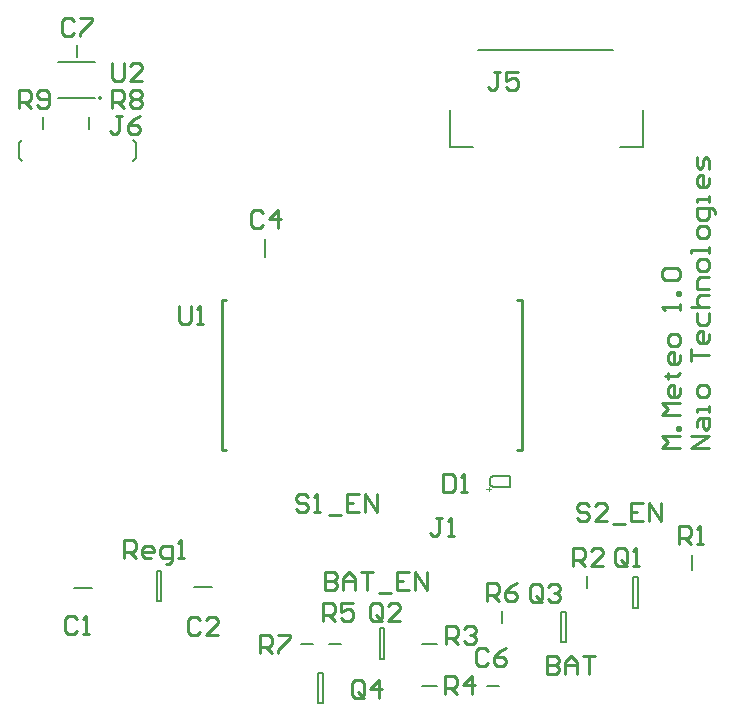
<source format=gto>
G04 Layer_Color=65535*
%FSLAX44Y44*%
%MOMM*%
G71*
G01*
G75*
%ADD34C,0.1270*%
%ADD35C,0.1500*%
%ADD36C,0.1700*%
%ADD37C,0.2000*%
%ADD38C,0.2540*%
%ADD39C,0.1000*%
D34*
X86360Y541020D02*
G03*
X86360Y541020I-1270J0D01*
G01*
X113030Y505460D02*
X115570Y502920D01*
X16510D02*
X19050Y505460D01*
X115570Y490220D02*
Y502920D01*
X113030Y487680D02*
X115570Y490220D01*
X16510D02*
X19050Y487680D01*
X16510Y490220D02*
Y502920D01*
X49530Y541020D02*
X81280D01*
X49530Y571500D02*
X81280D01*
X417424Y211150D02*
X432424D01*
Y220650D01*
X417424D02*
X432424D01*
X415674Y212900D02*
Y218900D01*
X417424Y220650D01*
X415674Y212900D02*
X417424Y211150D01*
D35*
X132986Y114902D02*
X137050D01*
X132986Y140556D02*
X137050D01*
Y114902D02*
Y140556D01*
X132986Y114902D02*
Y140556D01*
X269748Y28458D02*
X273812D01*
X269748Y54112D02*
X273812D01*
Y28458D02*
Y54112D01*
X269748Y28458D02*
Y54112D01*
X475378Y80010D02*
X479442D01*
X475378Y105664D02*
X479442D01*
Y80010D02*
Y105664D01*
X475378Y80010D02*
Y105664D01*
X321818Y66040D02*
X325882D01*
X321818Y91694D02*
X325882D01*
Y66040D02*
Y91694D01*
X321818Y66040D02*
Y91694D01*
X536448Y109220D02*
X540512D01*
X536448Y134874D02*
X540512D01*
Y109220D02*
Y134874D01*
X536448Y109220D02*
Y134874D01*
D36*
X63500Y125730D02*
X78740D01*
X165100Y127000D02*
X180340D01*
X66040Y575310D02*
Y585470D01*
X412750Y43180D02*
X422910D01*
X224790Y406400D02*
Y421640D01*
D37*
X36830Y514350D02*
Y524510D01*
X76200Y514350D02*
Y524510D01*
X255270Y78740D02*
X265430D01*
X425450Y96012D02*
Y106172D01*
X279400Y78740D02*
X289560D01*
X358140Y43180D02*
X370840D01*
X358140Y78740D02*
X370840D01*
X497840Y125840D02*
Y136000D01*
X586740Y140970D02*
Y153670D01*
X525480Y499110D02*
X544530D01*
Y530860D01*
X381630Y499110D02*
Y530860D01*
Y499110D02*
X400680D01*
X405130Y581660D02*
X519430D01*
D38*
X188360Y369570D02*
X191770D01*
X188360Y242570D02*
X191770D01*
X438150Y369570D02*
X442360D01*
X438150Y242570D02*
X442360D01*
X188360D02*
Y369570D01*
X442360Y242570D02*
Y369570D01*
X576334Y244345D02*
X561099D01*
X566177Y249424D01*
X561099Y254502D01*
X576334D01*
Y259580D02*
X573794D01*
Y262120D01*
X576334D01*
Y259580D01*
Y272276D02*
X561099D01*
X566177Y277355D01*
X561099Y282433D01*
X576334D01*
Y295129D02*
Y290050D01*
X573794Y287511D01*
X568716D01*
X566177Y290050D01*
Y295129D01*
X568716Y297668D01*
X571255D01*
Y287511D01*
X563638Y305285D02*
X566177D01*
Y302746D01*
Y307825D01*
Y305285D01*
X573794D01*
X576334Y307825D01*
Y323060D02*
Y317981D01*
X573794Y315442D01*
X568716D01*
X566177Y317981D01*
Y323060D01*
X568716Y325599D01*
X571255D01*
Y315442D01*
X576334Y333217D02*
Y338295D01*
X573794Y340834D01*
X568716D01*
X566177Y338295D01*
Y333217D01*
X568716Y330677D01*
X573794D01*
X576334Y333217D01*
Y361147D02*
Y366226D01*
Y363687D01*
X561099D01*
X563638Y361147D01*
X576334Y373843D02*
X573794D01*
Y376382D01*
X576334D01*
Y373843D01*
X563638Y386539D02*
X561099Y389078D01*
Y394157D01*
X563638Y396696D01*
X573794D01*
X576334Y394157D01*
Y389078D01*
X573794Y386539D01*
X563638D01*
X600712Y244345D02*
X585477D01*
X600712Y254502D01*
X585477D01*
X590555Y262120D02*
Y267198D01*
X593094Y269737D01*
X600712D01*
Y262120D01*
X598172Y259580D01*
X595633Y262120D01*
Y269737D01*
X600712Y274815D02*
Y279894D01*
Y277355D01*
X590555D01*
Y274815D01*
X600712Y290050D02*
Y295129D01*
X598172Y297668D01*
X593094D01*
X590555Y295129D01*
Y290050D01*
X593094Y287511D01*
X598172D01*
X600712Y290050D01*
X585477Y317981D02*
Y328138D01*
Y323060D01*
X600712D01*
Y340834D02*
Y335756D01*
X598172Y333217D01*
X593094D01*
X590555Y335756D01*
Y340834D01*
X593094Y343373D01*
X595633D01*
Y333217D01*
X590555Y358608D02*
Y350991D01*
X593094Y348452D01*
X598172D01*
X600712Y350991D01*
Y358608D01*
X585477Y363687D02*
X600712D01*
X593094D01*
X590555Y366226D01*
Y371304D01*
X593094Y373843D01*
X600712D01*
Y378922D02*
X590555D01*
Y386539D01*
X593094Y389078D01*
X600712D01*
Y396696D02*
Y401774D01*
X598172Y404314D01*
X593094D01*
X590555Y401774D01*
Y396696D01*
X593094Y394157D01*
X598172D01*
X600712Y396696D01*
Y409392D02*
Y414470D01*
Y411931D01*
X585477D01*
Y409392D01*
X600712Y424627D02*
Y429705D01*
X598172Y432244D01*
X593094D01*
X590555Y429705D01*
Y424627D01*
X593094Y422088D01*
X598172D01*
X600712Y424627D01*
X605790Y442401D02*
Y444940D01*
X603251Y447480D01*
X590555D01*
Y439862D01*
X593094Y437323D01*
X598172D01*
X600712Y439862D01*
Y447480D01*
Y452558D02*
Y457636D01*
Y455097D01*
X590555D01*
Y452558D01*
X600712Y472871D02*
Y467793D01*
X598172Y465254D01*
X593094D01*
X590555Y467793D01*
Y472871D01*
X593094Y475410D01*
X595633D01*
Y465254D01*
X600712Y480489D02*
Y488106D01*
X598172Y490646D01*
X595633Y488106D01*
Y483028D01*
X593094Y480489D01*
X590555Y483028D01*
Y490646D01*
X104137Y525775D02*
X99058D01*
X101597D01*
Y513079D01*
X99058Y510540D01*
X96519D01*
X93980Y513079D01*
X119372Y525775D02*
X114293Y523236D01*
X109215Y518158D01*
Y513079D01*
X111754Y510540D01*
X116833D01*
X119372Y513079D01*
Y515618D01*
X116833Y518158D01*
X109215D01*
X16510Y532130D02*
Y547365D01*
X24128D01*
X26667Y544826D01*
Y539748D01*
X24128Y537208D01*
X16510D01*
X21588D02*
X26667Y532130D01*
X31745Y534669D02*
X34284Y532130D01*
X39363D01*
X41902Y534669D01*
Y544826D01*
X39363Y547365D01*
X34284D01*
X31745Y544826D01*
Y542287D01*
X34284Y539748D01*
X41902D01*
X95250Y532130D02*
Y547365D01*
X102867D01*
X105407Y544826D01*
Y539748D01*
X102867Y537208D01*
X95250D01*
X100328D02*
X105407Y532130D01*
X110485Y544826D02*
X113024Y547365D01*
X118103D01*
X120642Y544826D01*
Y542287D01*
X118103Y539748D01*
X120642Y537208D01*
Y534669D01*
X118103Y532130D01*
X113024D01*
X110485Y534669D01*
Y537208D01*
X113024Y539748D01*
X110485Y542287D01*
Y544826D01*
X113024Y539748D02*
X118103D01*
X95250Y570225D02*
Y557529D01*
X97789Y554990D01*
X102867D01*
X105407Y557529D01*
Y570225D01*
X120642Y554990D02*
X110485D01*
X120642Y565147D01*
Y567686D01*
X118103Y570225D01*
X113024D01*
X110485Y567686D01*
X63497Y605786D02*
X60957Y608325D01*
X55879D01*
X53340Y605786D01*
Y595629D01*
X55879Y593090D01*
X60957D01*
X63497Y595629D01*
X68575Y608325D02*
X78732D01*
Y605786D01*
X68575Y595629D01*
Y593090D01*
X66037Y99310D02*
X63498Y101849D01*
X58419D01*
X55880Y99310D01*
Y89153D01*
X58419Y86614D01*
X63498D01*
X66037Y89153D01*
X71115Y86614D02*
X76193D01*
X73654D01*
Y101849D01*
X71115Y99310D01*
X169567Y98436D02*
X167028Y100975D01*
X161950D01*
X159411Y98436D01*
Y88279D01*
X161950Y85740D01*
X167028D01*
X169567Y88279D01*
X184802Y85740D02*
X174646D01*
X184802Y95897D01*
Y98436D01*
X182263Y100975D01*
X177185D01*
X174646Y98436D01*
X223136Y442845D02*
X220597Y445384D01*
X215518D01*
X212979Y442845D01*
Y432688D01*
X215518Y430149D01*
X220597D01*
X223136Y432688D01*
X235832Y430149D02*
Y445384D01*
X228214Y437766D01*
X238371D01*
X414017Y72747D02*
X411478Y75286D01*
X406399D01*
X403860Y72747D01*
Y62590D01*
X406399Y60051D01*
X411478D01*
X414017Y62590D01*
X429252Y75286D02*
X424173Y72747D01*
X419095Y67669D01*
Y62590D01*
X421634Y60051D01*
X426713D01*
X429252Y62590D01*
Y65129D01*
X426713Y67669D01*
X419095D01*
X375920Y222245D02*
Y207010D01*
X383537D01*
X386077Y209549D01*
Y219706D01*
X383537Y222245D01*
X375920D01*
X391155Y207010D02*
X396233D01*
X393694D01*
Y222245D01*
X391155Y219706D01*
X374647Y185415D02*
X369568D01*
X372108D01*
Y172719D01*
X369568Y170180D01*
X367029D01*
X364490Y172719D01*
X379725Y170180D02*
X384803D01*
X382264D01*
Y185415D01*
X379725Y182876D01*
X424177Y562605D02*
X419098D01*
X421637D01*
Y549909D01*
X419098Y547370D01*
X416559D01*
X414020Y549909D01*
X439412Y562605D02*
X429255D01*
Y554987D01*
X434333Y557527D01*
X436873D01*
X439412Y554987D01*
Y549909D01*
X436873Y547370D01*
X431794D01*
X429255Y549909D01*
X531592Y147322D02*
Y157479D01*
X529053Y160018D01*
X523974D01*
X521435Y157479D01*
Y147322D01*
X523974Y144783D01*
X529053D01*
X526514Y149861D02*
X531592Y144783D01*
X529053D02*
X531592Y147322D01*
X536670Y144783D02*
X541749D01*
X539210D01*
Y160018D01*
X536670Y157479D01*
X323847Y100329D02*
Y110486D01*
X321307Y113025D01*
X316229D01*
X313690Y110486D01*
Y100329D01*
X316229Y97790D01*
X321307D01*
X318768Y102868D02*
X323847Y97790D01*
X321307D02*
X323847Y100329D01*
X339082Y97790D02*
X328925D01*
X339082Y107947D01*
Y110486D01*
X336543Y113025D01*
X331464D01*
X328925Y110486D01*
X459737Y116839D02*
Y126996D01*
X457197Y129535D01*
X452119D01*
X449580Y126996D01*
Y116839D01*
X452119Y114300D01*
X457197D01*
X454658Y119378D02*
X459737Y114300D01*
X457197D02*
X459737Y116839D01*
X464815Y126996D02*
X467354Y129535D01*
X472433D01*
X474972Y126996D01*
Y124457D01*
X472433Y121917D01*
X469893D01*
X472433D01*
X474972Y119378D01*
Y116839D01*
X472433Y114300D01*
X467354D01*
X464815Y116839D01*
X308607Y35559D02*
Y45716D01*
X306068Y48255D01*
X300989D01*
X298450Y45716D01*
Y35559D01*
X300989Y33020D01*
X306068D01*
X303528Y38098D02*
X308607Y33020D01*
X306068D02*
X308607Y35559D01*
X321303Y33020D02*
Y48255D01*
X313685Y40637D01*
X323842D01*
X575029Y162817D02*
Y178052D01*
X582647D01*
X585186Y175513D01*
Y170434D01*
X582647Y167895D01*
X575029D01*
X580108D02*
X585186Y162817D01*
X590264D02*
X595343D01*
X592803D01*
Y178052D01*
X590264Y175513D01*
X485621Y144495D02*
Y159730D01*
X493239D01*
X495778Y157191D01*
Y152112D01*
X493239Y149573D01*
X485621D01*
X490700D02*
X495778Y144495D01*
X511013D02*
X500856D01*
X511013Y154651D01*
Y157191D01*
X508474Y159730D01*
X503396D01*
X500856Y157191D01*
X378460Y78740D02*
Y93975D01*
X386077D01*
X388617Y91436D01*
Y86357D01*
X386077Y83818D01*
X378460D01*
X383538D02*
X388617Y78740D01*
X393695Y91436D02*
X396234Y93975D01*
X401313D01*
X403852Y91436D01*
Y88897D01*
X401313Y86357D01*
X398773D01*
X401313D01*
X403852Y83818D01*
Y81279D01*
X401313Y78740D01*
X396234D01*
X393695Y81279D01*
X377190Y35603D02*
Y50838D01*
X384808D01*
X387347Y48299D01*
Y43221D01*
X384808Y40681D01*
X377190D01*
X382268D02*
X387347Y35603D01*
X400043D02*
Y50838D01*
X392425Y43221D01*
X402582D01*
X274320Y97790D02*
Y113025D01*
X281938D01*
X284477Y110486D01*
Y105407D01*
X281938Y102868D01*
X274320D01*
X279398D02*
X284477Y97790D01*
X299712Y113025D02*
X289555D01*
Y105407D01*
X294633Y107947D01*
X297173D01*
X299712Y105407D01*
Y100329D01*
X297173Y97790D01*
X292094D01*
X289555Y100329D01*
X413131Y114681D02*
Y129916D01*
X420748D01*
X423288Y127377D01*
Y122298D01*
X420748Y119759D01*
X413131D01*
X418209D02*
X423288Y114681D01*
X438523Y129916D02*
X433444Y127377D01*
X428366Y122298D01*
Y117220D01*
X430905Y114681D01*
X435984D01*
X438523Y117220D01*
Y119759D01*
X435984Y122298D01*
X428366D01*
X220980Y71120D02*
Y86355D01*
X228598D01*
X231137Y83816D01*
Y78738D01*
X228598Y76198D01*
X220980D01*
X226058D02*
X231137Y71120D01*
X236215Y86355D02*
X246372D01*
Y83816D01*
X236215Y73659D01*
Y71120D01*
X105410Y151130D02*
Y166365D01*
X113027D01*
X115567Y163826D01*
Y158748D01*
X113027Y156208D01*
X105410D01*
X110488D02*
X115567Y151130D01*
X128263D02*
X123184D01*
X120645Y153669D01*
Y158748D01*
X123184Y161287D01*
X128263D01*
X130802Y158748D01*
Y156208D01*
X120645D01*
X140958Y146052D02*
X143498D01*
X146037Y148591D01*
Y161287D01*
X138419D01*
X135880Y158748D01*
Y153669D01*
X138419Y151130D01*
X146037D01*
X151115D02*
X156194D01*
X153654D01*
Y166365D01*
X151115Y163826D01*
X152400Y364485D02*
Y351789D01*
X154939Y349250D01*
X160018D01*
X162557Y351789D01*
Y364485D01*
X167635Y349250D02*
X172713D01*
X170174D01*
Y364485D01*
X167635Y361946D01*
X261617Y203196D02*
X259077Y205735D01*
X253999D01*
X251460Y203196D01*
Y200657D01*
X253999Y198118D01*
X259077D01*
X261617Y195578D01*
Y193039D01*
X259077Y190500D01*
X253999D01*
X251460Y193039D01*
X266695Y190500D02*
X271773D01*
X269234D01*
Y205735D01*
X266695Y203196D01*
X279391Y187961D02*
X289548D01*
X304783Y205735D02*
X294626D01*
Y190500D01*
X304783D01*
X294626Y198118D02*
X299704D01*
X309861Y190500D02*
Y205735D01*
X320018Y190500D01*
Y205735D01*
X463550Y68575D02*
Y53340D01*
X471167D01*
X473707Y55879D01*
Y58418D01*
X471167Y60957D01*
X463550D01*
X471167D01*
X473707Y63497D01*
Y66036D01*
X471167Y68575D01*
X463550D01*
X478785Y53340D02*
Y63497D01*
X483863Y68575D01*
X488942Y63497D01*
Y53340D01*
Y60957D01*
X478785D01*
X494020Y68575D02*
X504177D01*
X499099D01*
Y53340D01*
X275590Y139695D02*
Y124460D01*
X283207D01*
X285747Y126999D01*
Y129538D01*
X283207Y132078D01*
X275590D01*
X283207D01*
X285747Y134617D01*
Y137156D01*
X283207Y139695D01*
X275590D01*
X290825Y124460D02*
Y134617D01*
X295903Y139695D01*
X300982Y134617D01*
Y124460D01*
Y132078D01*
X290825D01*
X306060Y139695D02*
X316217D01*
X311138D01*
Y124460D01*
X321295Y121921D02*
X331452D01*
X346687Y139695D02*
X336530D01*
Y124460D01*
X346687D01*
X336530Y132078D02*
X341609D01*
X351765Y124460D02*
Y139695D01*
X361922Y124460D01*
Y139695D01*
X498997Y195576D02*
X496457Y198115D01*
X491379D01*
X488840Y195576D01*
Y193037D01*
X491379Y190497D01*
X496457D01*
X498997Y187958D01*
Y185419D01*
X496457Y182880D01*
X491379D01*
X488840Y185419D01*
X514232Y182880D02*
X504075D01*
X514232Y193037D01*
Y195576D01*
X511693Y198115D01*
X506614D01*
X504075Y195576D01*
X519310Y180341D02*
X529467D01*
X544702Y198115D02*
X534545D01*
Y182880D01*
X544702D01*
X534545Y190497D02*
X539624D01*
X549780Y182880D02*
Y198115D01*
X559937Y182880D01*
Y198115D01*
D39*
X414164Y207550D02*
Y211550D01*
X412164Y209550D02*
X416164D01*
M02*

</source>
